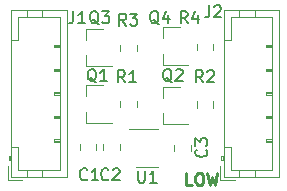
<source format=gbr>
%TF.GenerationSoftware,KiCad,Pcbnew,5.1.6-c6e7f7d~87~ubuntu20.04.1*%
%TF.CreationDate,2020-08-25T19:21:37-04:00*%
%TF.ProjectId,4_Channel_Level_Shifter,345f4368-616e-46e6-956c-5f4c6576656c,rev?*%
%TF.SameCoordinates,Original*%
%TF.FileFunction,Legend,Top*%
%TF.FilePolarity,Positive*%
%FSLAX46Y46*%
G04 Gerber Fmt 4.6, Leading zero omitted, Abs format (unit mm)*
G04 Created by KiCad (PCBNEW 5.1.6-c6e7f7d~87~ubuntu20.04.1) date 2020-08-25 19:21:37*
%MOMM*%
%LPD*%
G01*
G04 APERTURE LIST*
%ADD10C,0.250000*%
%ADD11C,0.120000*%
%ADD12C,0.150000*%
G04 APERTURE END LIST*
D10*
X168714285Y-109152380D02*
X168238095Y-109152380D01*
X168238095Y-108152380D01*
X169238095Y-108152380D02*
X169428571Y-108152380D01*
X169523809Y-108200000D01*
X169619047Y-108295238D01*
X169666666Y-108485714D01*
X169666666Y-108819047D01*
X169619047Y-109009523D01*
X169523809Y-109104761D01*
X169428571Y-109152380D01*
X169238095Y-109152380D01*
X169142857Y-109104761D01*
X169047619Y-109009523D01*
X169000000Y-108819047D01*
X169000000Y-108485714D01*
X169047619Y-108295238D01*
X169142857Y-108200000D01*
X169238095Y-108152380D01*
X170000000Y-108152380D02*
X170238095Y-109152380D01*
X170428571Y-108438095D01*
X170619047Y-109152380D01*
X170857142Y-108152380D01*
D11*
%TO.C,U1*%
X165800000Y-104390000D02*
X163350000Y-104390000D01*
X164000000Y-107610000D02*
X165800000Y-107610000D01*
%TO.C,R4*%
X170510000Y-97721078D02*
X170510000Y-97203922D01*
X169090000Y-97721078D02*
X169090000Y-97203922D01*
%TO.C,R3*%
X164010000Y-97821078D02*
X164010000Y-97303922D01*
X162590000Y-97821078D02*
X162590000Y-97303922D01*
%TO.C,R2*%
X170510000Y-102596078D02*
X170510000Y-102078922D01*
X169090000Y-102596078D02*
X169090000Y-102078922D01*
%TO.C,R1*%
X164010000Y-102558578D02*
X164010000Y-102041422D01*
X162590000Y-102558578D02*
X162590000Y-102041422D01*
%TO.C,Q4*%
X166240000Y-95820000D02*
X167700000Y-95820000D01*
X166240000Y-98980000D02*
X168400000Y-98980000D01*
X166240000Y-98980000D02*
X166240000Y-98050000D01*
X166240000Y-95820000D02*
X166240000Y-96750000D01*
%TO.C,Q3*%
X159740000Y-95920000D02*
X161200000Y-95920000D01*
X159740000Y-99080000D02*
X161900000Y-99080000D01*
X159740000Y-99080000D02*
X159740000Y-98150000D01*
X159740000Y-95920000D02*
X159740000Y-96850000D01*
%TO.C,Q2*%
X166240000Y-100820000D02*
X167700000Y-100820000D01*
X166240000Y-103980000D02*
X168400000Y-103980000D01*
X166240000Y-103980000D02*
X166240000Y-103050000D01*
X166240000Y-100820000D02*
X166240000Y-101750000D01*
%TO.C,Q1*%
X159740000Y-100720000D02*
X161200000Y-100720000D01*
X159740000Y-103880000D02*
X161900000Y-103880000D01*
X159740000Y-103880000D02*
X159740000Y-102950000D01*
X159740000Y-100720000D02*
X159740000Y-101650000D01*
%TO.C,J2*%
X171090000Y-108760000D02*
X172340000Y-108760000D01*
X171090000Y-107510000D02*
X171090000Y-108760000D01*
X175500000Y-97400000D02*
X175000000Y-97400000D01*
X175000000Y-97300000D02*
X175500000Y-97300000D01*
X175000000Y-97500000D02*
X175000000Y-97300000D01*
X175500000Y-97500000D02*
X175000000Y-97500000D01*
X175500000Y-99400000D02*
X175000000Y-99400000D01*
X175000000Y-99300000D02*
X175500000Y-99300000D01*
X175000000Y-99500000D02*
X175000000Y-99300000D01*
X175500000Y-99500000D02*
X175000000Y-99500000D01*
X175500000Y-101400000D02*
X175000000Y-101400000D01*
X175000000Y-101300000D02*
X175500000Y-101300000D01*
X175000000Y-101500000D02*
X175000000Y-101300000D01*
X175500000Y-101500000D02*
X175000000Y-101500000D01*
X175500000Y-103400000D02*
X175000000Y-103400000D01*
X175000000Y-103300000D02*
X175500000Y-103300000D01*
X175000000Y-103500000D02*
X175000000Y-103300000D01*
X175500000Y-103500000D02*
X175000000Y-103500000D01*
X175500000Y-105400000D02*
X175000000Y-105400000D01*
X175000000Y-105300000D02*
X175500000Y-105300000D01*
X175000000Y-105500000D02*
X175000000Y-105300000D01*
X175500000Y-105500000D02*
X175000000Y-105500000D01*
X174000000Y-94340000D02*
X174000000Y-94950000D01*
X172700000Y-94340000D02*
X172700000Y-94950000D01*
X174000000Y-108460000D02*
X174000000Y-107850000D01*
X172700000Y-108460000D02*
X172700000Y-107850000D01*
X172000000Y-96900000D02*
X171390000Y-96900000D01*
X172000000Y-94950000D02*
X172000000Y-96900000D01*
X175500000Y-94950000D02*
X172000000Y-94950000D01*
X175500000Y-107850000D02*
X175500000Y-94950000D01*
X172000000Y-107850000D02*
X175500000Y-107850000D01*
X172000000Y-105900000D02*
X172000000Y-107850000D01*
X171390000Y-105900000D02*
X172000000Y-105900000D01*
X171290000Y-106700000D02*
X171290000Y-107000000D01*
X171190000Y-107000000D02*
X171390000Y-107000000D01*
X171190000Y-106700000D02*
X171190000Y-107000000D01*
X171390000Y-106700000D02*
X171190000Y-106700000D01*
X171390000Y-94340000D02*
X171390000Y-108460000D01*
X176110000Y-94340000D02*
X171390000Y-94340000D01*
X176110000Y-108460000D02*
X176110000Y-94340000D01*
X171390000Y-108460000D02*
X176110000Y-108460000D01*
%TO.C,J1*%
X153090000Y-108760000D02*
X154340000Y-108760000D01*
X153090000Y-107510000D02*
X153090000Y-108760000D01*
X157500000Y-97400000D02*
X157000000Y-97400000D01*
X157000000Y-97300000D02*
X157500000Y-97300000D01*
X157000000Y-97500000D02*
X157000000Y-97300000D01*
X157500000Y-97500000D02*
X157000000Y-97500000D01*
X157500000Y-99400000D02*
X157000000Y-99400000D01*
X157000000Y-99300000D02*
X157500000Y-99300000D01*
X157000000Y-99500000D02*
X157000000Y-99300000D01*
X157500000Y-99500000D02*
X157000000Y-99500000D01*
X157500000Y-101400000D02*
X157000000Y-101400000D01*
X157000000Y-101300000D02*
X157500000Y-101300000D01*
X157000000Y-101500000D02*
X157000000Y-101300000D01*
X157500000Y-101500000D02*
X157000000Y-101500000D01*
X157500000Y-103400000D02*
X157000000Y-103400000D01*
X157000000Y-103300000D02*
X157500000Y-103300000D01*
X157000000Y-103500000D02*
X157000000Y-103300000D01*
X157500000Y-103500000D02*
X157000000Y-103500000D01*
X157500000Y-105400000D02*
X157000000Y-105400000D01*
X157000000Y-105300000D02*
X157500000Y-105300000D01*
X157000000Y-105500000D02*
X157000000Y-105300000D01*
X157500000Y-105500000D02*
X157000000Y-105500000D01*
X156000000Y-94340000D02*
X156000000Y-94950000D01*
X154700000Y-94340000D02*
X154700000Y-94950000D01*
X156000000Y-108460000D02*
X156000000Y-107850000D01*
X154700000Y-108460000D02*
X154700000Y-107850000D01*
X154000000Y-96900000D02*
X153390000Y-96900000D01*
X154000000Y-94950000D02*
X154000000Y-96900000D01*
X157500000Y-94950000D02*
X154000000Y-94950000D01*
X157500000Y-107850000D02*
X157500000Y-94950000D01*
X154000000Y-107850000D02*
X157500000Y-107850000D01*
X154000000Y-105900000D02*
X154000000Y-107850000D01*
X153390000Y-105900000D02*
X154000000Y-105900000D01*
X153290000Y-106700000D02*
X153290000Y-107000000D01*
X153190000Y-107000000D02*
X153390000Y-107000000D01*
X153190000Y-106700000D02*
X153190000Y-107000000D01*
X153390000Y-106700000D02*
X153190000Y-106700000D01*
X153390000Y-94340000D02*
X153390000Y-108460000D01*
X158110000Y-94340000D02*
X153390000Y-94340000D01*
X158110000Y-108460000D02*
X158110000Y-94340000D01*
X153390000Y-108460000D02*
X158110000Y-108460000D01*
%TO.C,C3*%
X167190000Y-105741422D02*
X167190000Y-106258578D01*
X168610000Y-105741422D02*
X168610000Y-106258578D01*
%TO.C,C2*%
X161190000Y-105703922D02*
X161190000Y-106221078D01*
X162610000Y-105703922D02*
X162610000Y-106221078D01*
%TO.C,C1*%
X159190000Y-105703922D02*
X159190000Y-106221078D01*
X160610000Y-105703922D02*
X160610000Y-106221078D01*
%TO.C,U1*%
D12*
X164138095Y-107952380D02*
X164138095Y-108761904D01*
X164185714Y-108857142D01*
X164233333Y-108904761D01*
X164328571Y-108952380D01*
X164519047Y-108952380D01*
X164614285Y-108904761D01*
X164661904Y-108857142D01*
X164709523Y-108761904D01*
X164709523Y-107952380D01*
X165709523Y-108952380D02*
X165138095Y-108952380D01*
X165423809Y-108952380D02*
X165423809Y-107952380D01*
X165328571Y-108095238D01*
X165233333Y-108190476D01*
X165138095Y-108238095D01*
%TO.C,R4*%
X168333333Y-95452380D02*
X168000000Y-94976190D01*
X167761904Y-95452380D02*
X167761904Y-94452380D01*
X168142857Y-94452380D01*
X168238095Y-94500000D01*
X168285714Y-94547619D01*
X168333333Y-94642857D01*
X168333333Y-94785714D01*
X168285714Y-94880952D01*
X168238095Y-94928571D01*
X168142857Y-94976190D01*
X167761904Y-94976190D01*
X169190476Y-94785714D02*
X169190476Y-95452380D01*
X168952380Y-94404761D02*
X168714285Y-95119047D01*
X169333333Y-95119047D01*
%TO.C,R3*%
X163133333Y-95652380D02*
X162800000Y-95176190D01*
X162561904Y-95652380D02*
X162561904Y-94652380D01*
X162942857Y-94652380D01*
X163038095Y-94700000D01*
X163085714Y-94747619D01*
X163133333Y-94842857D01*
X163133333Y-94985714D01*
X163085714Y-95080952D01*
X163038095Y-95128571D01*
X162942857Y-95176190D01*
X162561904Y-95176190D01*
X163466666Y-94652380D02*
X164085714Y-94652380D01*
X163752380Y-95033333D01*
X163895238Y-95033333D01*
X163990476Y-95080952D01*
X164038095Y-95128571D01*
X164085714Y-95223809D01*
X164085714Y-95461904D01*
X164038095Y-95557142D01*
X163990476Y-95604761D01*
X163895238Y-95652380D01*
X163609523Y-95652380D01*
X163514285Y-95604761D01*
X163466666Y-95557142D01*
%TO.C,R2*%
X169633333Y-100452380D02*
X169300000Y-99976190D01*
X169061904Y-100452380D02*
X169061904Y-99452380D01*
X169442857Y-99452380D01*
X169538095Y-99500000D01*
X169585714Y-99547619D01*
X169633333Y-99642857D01*
X169633333Y-99785714D01*
X169585714Y-99880952D01*
X169538095Y-99928571D01*
X169442857Y-99976190D01*
X169061904Y-99976190D01*
X170014285Y-99547619D02*
X170061904Y-99500000D01*
X170157142Y-99452380D01*
X170395238Y-99452380D01*
X170490476Y-99500000D01*
X170538095Y-99547619D01*
X170585714Y-99642857D01*
X170585714Y-99738095D01*
X170538095Y-99880952D01*
X169966666Y-100452380D01*
X170585714Y-100452380D01*
%TO.C,R1*%
X163033333Y-100452380D02*
X162700000Y-99976190D01*
X162461904Y-100452380D02*
X162461904Y-99452380D01*
X162842857Y-99452380D01*
X162938095Y-99500000D01*
X162985714Y-99547619D01*
X163033333Y-99642857D01*
X163033333Y-99785714D01*
X162985714Y-99880952D01*
X162938095Y-99928571D01*
X162842857Y-99976190D01*
X162461904Y-99976190D01*
X163985714Y-100452380D02*
X163414285Y-100452380D01*
X163700000Y-100452380D02*
X163700000Y-99452380D01*
X163604761Y-99595238D01*
X163509523Y-99690476D01*
X163414285Y-99738095D01*
%TO.C,Q4*%
X165904761Y-95547619D02*
X165809523Y-95500000D01*
X165714285Y-95404761D01*
X165571428Y-95261904D01*
X165476190Y-95214285D01*
X165380952Y-95214285D01*
X165428571Y-95452380D02*
X165333333Y-95404761D01*
X165238095Y-95309523D01*
X165190476Y-95119047D01*
X165190476Y-94785714D01*
X165238095Y-94595238D01*
X165333333Y-94500000D01*
X165428571Y-94452380D01*
X165619047Y-94452380D01*
X165714285Y-94500000D01*
X165809523Y-94595238D01*
X165857142Y-94785714D01*
X165857142Y-95119047D01*
X165809523Y-95309523D01*
X165714285Y-95404761D01*
X165619047Y-95452380D01*
X165428571Y-95452380D01*
X166714285Y-94785714D02*
X166714285Y-95452380D01*
X166476190Y-94404761D02*
X166238095Y-95119047D01*
X166857142Y-95119047D01*
%TO.C,Q3*%
X160804761Y-95547619D02*
X160709523Y-95500000D01*
X160614285Y-95404761D01*
X160471428Y-95261904D01*
X160376190Y-95214285D01*
X160280952Y-95214285D01*
X160328571Y-95452380D02*
X160233333Y-95404761D01*
X160138095Y-95309523D01*
X160090476Y-95119047D01*
X160090476Y-94785714D01*
X160138095Y-94595238D01*
X160233333Y-94500000D01*
X160328571Y-94452380D01*
X160519047Y-94452380D01*
X160614285Y-94500000D01*
X160709523Y-94595238D01*
X160757142Y-94785714D01*
X160757142Y-95119047D01*
X160709523Y-95309523D01*
X160614285Y-95404761D01*
X160519047Y-95452380D01*
X160328571Y-95452380D01*
X161090476Y-94452380D02*
X161709523Y-94452380D01*
X161376190Y-94833333D01*
X161519047Y-94833333D01*
X161614285Y-94880952D01*
X161661904Y-94928571D01*
X161709523Y-95023809D01*
X161709523Y-95261904D01*
X161661904Y-95357142D01*
X161614285Y-95404761D01*
X161519047Y-95452380D01*
X161233333Y-95452380D01*
X161138095Y-95404761D01*
X161090476Y-95357142D01*
%TO.C,Q2*%
X167004761Y-100447619D02*
X166909523Y-100400000D01*
X166814285Y-100304761D01*
X166671428Y-100161904D01*
X166576190Y-100114285D01*
X166480952Y-100114285D01*
X166528571Y-100352380D02*
X166433333Y-100304761D01*
X166338095Y-100209523D01*
X166290476Y-100019047D01*
X166290476Y-99685714D01*
X166338095Y-99495238D01*
X166433333Y-99400000D01*
X166528571Y-99352380D01*
X166719047Y-99352380D01*
X166814285Y-99400000D01*
X166909523Y-99495238D01*
X166957142Y-99685714D01*
X166957142Y-100019047D01*
X166909523Y-100209523D01*
X166814285Y-100304761D01*
X166719047Y-100352380D01*
X166528571Y-100352380D01*
X167338095Y-99447619D02*
X167385714Y-99400000D01*
X167480952Y-99352380D01*
X167719047Y-99352380D01*
X167814285Y-99400000D01*
X167861904Y-99447619D01*
X167909523Y-99542857D01*
X167909523Y-99638095D01*
X167861904Y-99780952D01*
X167290476Y-100352380D01*
X167909523Y-100352380D01*
%TO.C,Q1*%
X160604761Y-100447619D02*
X160509523Y-100400000D01*
X160414285Y-100304761D01*
X160271428Y-100161904D01*
X160176190Y-100114285D01*
X160080952Y-100114285D01*
X160128571Y-100352380D02*
X160033333Y-100304761D01*
X159938095Y-100209523D01*
X159890476Y-100019047D01*
X159890476Y-99685714D01*
X159938095Y-99495238D01*
X160033333Y-99400000D01*
X160128571Y-99352380D01*
X160319047Y-99352380D01*
X160414285Y-99400000D01*
X160509523Y-99495238D01*
X160557142Y-99685714D01*
X160557142Y-100019047D01*
X160509523Y-100209523D01*
X160414285Y-100304761D01*
X160319047Y-100352380D01*
X160128571Y-100352380D01*
X161509523Y-100352380D02*
X160938095Y-100352380D01*
X161223809Y-100352380D02*
X161223809Y-99352380D01*
X161128571Y-99495238D01*
X161033333Y-99590476D01*
X160938095Y-99638095D01*
%TO.C,J2*%
X170166666Y-93952380D02*
X170166666Y-94666666D01*
X170119047Y-94809523D01*
X170023809Y-94904761D01*
X169880952Y-94952380D01*
X169785714Y-94952380D01*
X170595238Y-94047619D02*
X170642857Y-94000000D01*
X170738095Y-93952380D01*
X170976190Y-93952380D01*
X171071428Y-94000000D01*
X171119047Y-94047619D01*
X171166666Y-94142857D01*
X171166666Y-94238095D01*
X171119047Y-94380952D01*
X170547619Y-94952380D01*
X171166666Y-94952380D01*
%TO.C,J1*%
X158666666Y-94452380D02*
X158666666Y-95166666D01*
X158619047Y-95309523D01*
X158523809Y-95404761D01*
X158380952Y-95452380D01*
X158285714Y-95452380D01*
X159666666Y-95452380D02*
X159095238Y-95452380D01*
X159380952Y-95452380D02*
X159380952Y-94452380D01*
X159285714Y-94595238D01*
X159190476Y-94690476D01*
X159095238Y-94738095D01*
%TO.C,C3*%
X169907142Y-106166666D02*
X169954761Y-106214285D01*
X170002380Y-106357142D01*
X170002380Y-106452380D01*
X169954761Y-106595238D01*
X169859523Y-106690476D01*
X169764285Y-106738095D01*
X169573809Y-106785714D01*
X169430952Y-106785714D01*
X169240476Y-106738095D01*
X169145238Y-106690476D01*
X169050000Y-106595238D01*
X169002380Y-106452380D01*
X169002380Y-106357142D01*
X169050000Y-106214285D01*
X169097619Y-106166666D01*
X169002380Y-105833333D02*
X169002380Y-105214285D01*
X169383333Y-105547619D01*
X169383333Y-105404761D01*
X169430952Y-105309523D01*
X169478571Y-105261904D01*
X169573809Y-105214285D01*
X169811904Y-105214285D01*
X169907142Y-105261904D01*
X169954761Y-105309523D01*
X170002380Y-105404761D01*
X170002380Y-105690476D01*
X169954761Y-105785714D01*
X169907142Y-105833333D01*
%TO.C,C2*%
X161633333Y-108657142D02*
X161585714Y-108704761D01*
X161442857Y-108752380D01*
X161347619Y-108752380D01*
X161204761Y-108704761D01*
X161109523Y-108609523D01*
X161061904Y-108514285D01*
X161014285Y-108323809D01*
X161014285Y-108180952D01*
X161061904Y-107990476D01*
X161109523Y-107895238D01*
X161204761Y-107800000D01*
X161347619Y-107752380D01*
X161442857Y-107752380D01*
X161585714Y-107800000D01*
X161633333Y-107847619D01*
X162014285Y-107847619D02*
X162061904Y-107800000D01*
X162157142Y-107752380D01*
X162395238Y-107752380D01*
X162490476Y-107800000D01*
X162538095Y-107847619D01*
X162585714Y-107942857D01*
X162585714Y-108038095D01*
X162538095Y-108180952D01*
X161966666Y-108752380D01*
X162585714Y-108752380D01*
%TO.C,C1*%
X159833333Y-108657142D02*
X159785714Y-108704761D01*
X159642857Y-108752380D01*
X159547619Y-108752380D01*
X159404761Y-108704761D01*
X159309523Y-108609523D01*
X159261904Y-108514285D01*
X159214285Y-108323809D01*
X159214285Y-108180952D01*
X159261904Y-107990476D01*
X159309523Y-107895238D01*
X159404761Y-107800000D01*
X159547619Y-107752380D01*
X159642857Y-107752380D01*
X159785714Y-107800000D01*
X159833333Y-107847619D01*
X160785714Y-108752380D02*
X160214285Y-108752380D01*
X160500000Y-108752380D02*
X160500000Y-107752380D01*
X160404761Y-107895238D01*
X160309523Y-107990476D01*
X160214285Y-108038095D01*
%TD*%
M02*

</source>
